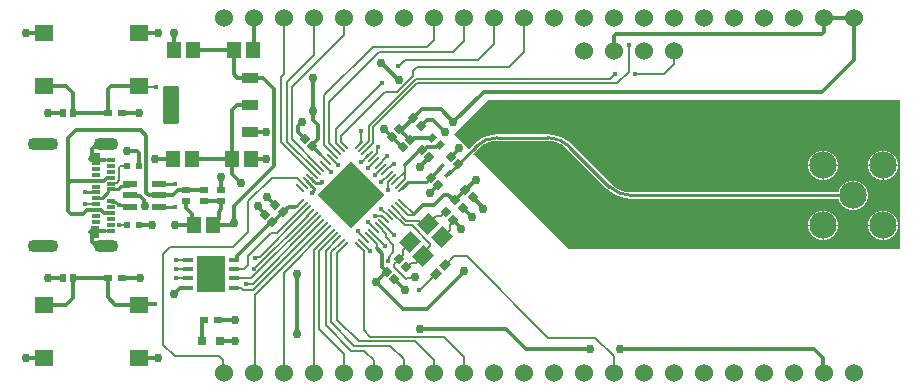
<source format=gtl>
G04*
G04 #@! TF.GenerationSoftware,Altium Limited,Altium Designer,24.9.1 (31)*
G04*
G04 Layer_Physical_Order=1*
G04 Layer_Color=255*
%FSLAX44Y44*%
%MOMM*%
G71*
G04*
G04 #@! TF.SameCoordinates,B57C8B18-3D84-4A04-B3AE-A62089487BF1*
G04*
G04*
G04 #@! TF.FilePolarity,Positive*
G04*
G01*
G75*
%ADD10C,0.2000*%
%ADD17R,0.5000X0.6000*%
G04:AMPARAMS|DCode=18|XSize=1.21mm|YSize=0.59mm|CornerRadius=0.0738mm|HoleSize=0mm|Usage=FLASHONLY|Rotation=0.000|XOffset=0mm|YOffset=0mm|HoleType=Round|Shape=RoundedRectangle|*
%AMROUNDEDRECTD18*
21,1,1.2100,0.4425,0,0,0.0*
21,1,1.0625,0.5900,0,0,0.0*
1,1,0.1475,0.5313,-0.2213*
1,1,0.1475,-0.5313,-0.2213*
1,1,0.1475,-0.5313,0.2213*
1,1,0.1475,0.5313,0.2213*
%
%ADD18ROUNDEDRECTD18*%
G04:AMPARAMS|DCode=19|XSize=1.31mm|YSize=0.93mm|CornerRadius=0.0698mm|HoleSize=0mm|Usage=FLASHONLY|Rotation=180.000|XOffset=0mm|YOffset=0mm|HoleType=Round|Shape=RoundedRectangle|*
%AMROUNDEDRECTD19*
21,1,1.3100,0.7905,0,0,180.0*
21,1,1.1705,0.9300,0,0,180.0*
1,1,0.1395,-0.5853,0.3953*
1,1,0.1395,0.5853,0.3953*
1,1,0.1395,0.5853,-0.3953*
1,1,0.1395,-0.5853,-0.3953*
%
%ADD19ROUNDEDRECTD19*%
G04:AMPARAMS|DCode=20|XSize=1.31mm|YSize=3.24mm|CornerRadius=0.0983mm|HoleSize=0mm|Usage=FLASHONLY|Rotation=180.000|XOffset=0mm|YOffset=0mm|HoleType=Round|Shape=RoundedRectangle|*
%AMROUNDEDRECTD20*
21,1,1.3100,3.0435,0,0,180.0*
21,1,1.1135,3.2400,0,0,180.0*
1,1,0.1965,-0.5568,1.5218*
1,1,0.1965,0.5568,1.5218*
1,1,0.1965,0.5568,-1.5218*
1,1,0.1965,-0.5568,-1.5218*
%
%ADD20ROUNDEDRECTD20*%
%ADD21R,2.4000X3.1000*%
%ADD22R,0.8500X0.3500*%
%ADD23R,0.7500X0.6000*%
%ADD24R,1.6000X1.4000*%
G04:AMPARAMS|DCode=25|XSize=1.2mm|YSize=1.4mm|CornerRadius=0mm|HoleSize=0mm|Usage=FLASHONLY|Rotation=135.000|XOffset=0mm|YOffset=0mm|HoleType=Round|Shape=Rectangle|*
%AMROTATEDRECTD25*
4,1,4,0.9192,0.0707,-0.0707,-0.9192,-0.9192,-0.0707,0.0707,0.9192,0.9192,0.0707,0.0*
%
%ADD25ROTATEDRECTD25*%

G04:AMPARAMS|DCode=26|XSize=0.35mm|YSize=0.65mm|CornerRadius=0mm|HoleSize=0mm|Usage=FLASHONLY|Rotation=135.000|XOffset=0mm|YOffset=0mm|HoleType=Round|Shape=Rectangle|*
%AMROTATEDRECTD26*
4,1,4,0.3536,0.1061,-0.1061,-0.3536,-0.3536,-0.1061,0.1061,0.3536,0.3536,0.1061,0.0*
%
%ADD26ROTATEDRECTD26*%

%ADD27R,0.7000X0.3000*%
%ADD28R,0.7000X1.0000*%
%ADD29R,0.8000X0.8000*%
G04:AMPARAMS|DCode=30|XSize=0.6mm|YSize=0.5mm|CornerRadius=0mm|HoleSize=0mm|Usage=FLASHONLY|Rotation=45.000|XOffset=0mm|YOffset=0mm|HoleType=Round|Shape=Rectangle|*
%AMROTATEDRECTD30*
4,1,4,-0.0354,-0.3889,-0.3889,-0.0354,0.0354,0.3889,0.3889,0.0354,-0.0354,-0.3889,0.0*
%
%ADD30ROTATEDRECTD30*%

G04:AMPARAMS|DCode=31|XSize=0.9182mm|YSize=0.1925mm|CornerRadius=0mm|HoleSize=0mm|Usage=FLASHONLY|Rotation=225.000|XOffset=0mm|YOffset=0mm|HoleType=Round|Shape=Rectangle|*
%AMROTATEDRECTD31*
4,1,4,0.2566,0.3927,0.3927,0.2566,-0.2566,-0.3927,-0.3927,-0.2566,0.2566,0.3927,0.0*
%
%ADD31ROTATEDRECTD31*%

G04:AMPARAMS|DCode=32|XSize=0.9182mm|YSize=0.1925mm|CornerRadius=0.0962mm|HoleSize=0mm|Usage=FLASHONLY|Rotation=225.000|XOffset=0mm|YOffset=0mm|HoleType=Round|Shape=RoundedRectangle|*
%AMROUNDEDRECTD32*
21,1,0.9182,0.0000,0,0,225.0*
21,1,0.7257,0.1925,0,0,225.0*
1,1,0.1925,-0.2566,-0.2566*
1,1,0.1925,0.2566,0.2566*
1,1,0.1925,0.2566,0.2566*
1,1,0.1925,-0.2566,-0.2566*
%
%ADD32ROUNDEDRECTD32*%
G04:AMPARAMS|DCode=33|XSize=0.1925mm|YSize=0.9182mm|CornerRadius=0.0962mm|HoleSize=0mm|Usage=FLASHONLY|Rotation=225.000|XOffset=0mm|YOffset=0mm|HoleType=Round|Shape=RoundedRectangle|*
%AMROUNDEDRECTD33*
21,1,0.1925,0.7257,0,0,225.0*
21,1,0.0000,0.9182,0,0,225.0*
1,1,0.1925,-0.2566,0.2566*
1,1,0.1925,-0.2566,0.2566*
1,1,0.1925,0.2566,-0.2566*
1,1,0.1925,0.2566,-0.2566*
%
%ADD33ROUNDEDRECTD33*%
%ADD34R,0.6400X0.6000*%
%ADD35R,1.3000X1.4000*%
%ADD36R,0.6000X0.6400*%
G04:AMPARAMS|DCode=37|XSize=0.64mm|YSize=0.6mm|CornerRadius=0mm|HoleSize=0mm|Usage=FLASHONLY|Rotation=45.000|XOffset=0mm|YOffset=0mm|HoleType=Round|Shape=Rectangle|*
%AMROTATEDRECTD37*
4,1,4,-0.0141,-0.4384,-0.4384,-0.0141,0.0141,0.4384,0.4384,0.0141,-0.0141,-0.4384,0.0*
%
%ADD37ROTATEDRECTD37*%

G04:AMPARAMS|DCode=38|XSize=0.64mm|YSize=0.6mm|CornerRadius=0mm|HoleSize=0mm|Usage=FLASHONLY|Rotation=135.000|XOffset=0mm|YOffset=0mm|HoleType=Round|Shape=Rectangle|*
%AMROTATEDRECTD38*
4,1,4,0.4384,-0.0141,0.0141,-0.4384,-0.4384,0.0141,-0.0141,0.4384,0.4384,-0.0141,0.0*
%
%ADD38ROTATEDRECTD38*%

G04:AMPARAMS|DCode=39|XSize=0.6mm|YSize=0.75mm|CornerRadius=0mm|HoleSize=0mm|Usage=FLASHONLY|Rotation=315.000|XOffset=0mm|YOffset=0mm|HoleType=Round|Shape=Rectangle|*
%AMROTATEDRECTD39*
4,1,4,-0.4773,-0.0530,0.0530,0.4773,0.4773,0.0530,-0.0530,-0.4773,-0.4773,-0.0530,0.0*
%
%ADD39ROTATEDRECTD39*%

%ADD54P,5.7276X4X270.0*%
%ADD69C,0.2634*%
%ADD70C,0.2647*%
%ADD71C,0.3000*%
%ADD72C,1.5240*%
%ADD73C,2.3040*%
%ADD74C,2.3020*%
%ADD75O,2.1000X1.1000*%
%ADD76O,2.6000X1.1000*%
%ADD77C,0.4500*%
%ADD78C,0.7500*%
%ADD79C,0.5000*%
G36*
X750000Y120000D02*
X469000D01*
X388434Y200566D01*
X392467Y204599D01*
X392534Y204699D01*
X395930Y207487D01*
X399911Y209614D01*
X404229Y210924D01*
X408602Y211355D01*
X408720Y211332D01*
X451624D01*
X451742Y211355D01*
X456115Y210924D01*
X460433Y209614D01*
X464413Y207487D01*
X467810Y204699D01*
X467877Y204599D01*
X501749Y170727D01*
X501724Y170702D01*
X505107Y167811D01*
X508902Y165486D01*
X513013Y163783D01*
X517340Y162745D01*
X521776Y162395D01*
Y162432D01*
X697737D01*
X698318Y160261D01*
X699969Y157403D01*
X702303Y155069D01*
X705161Y153418D01*
X708350Y152564D01*
X711650D01*
X714839Y153418D01*
X717697Y155069D01*
X720031Y157403D01*
X721682Y160261D01*
X722536Y163450D01*
Y166750D01*
X721682Y169939D01*
X720031Y172797D01*
X717697Y175131D01*
X714839Y176782D01*
X711650Y177636D01*
X708350D01*
X705161Y176782D01*
X702303Y175131D01*
X699969Y172797D01*
X698318Y169939D01*
X697737Y167768D01*
X521776D01*
X521658Y167745D01*
X517285Y168176D01*
X512967Y169486D01*
X508987Y171613D01*
X505590Y174401D01*
X505523Y174501D01*
X471651Y208373D01*
X471676Y208398D01*
X468293Y211289D01*
X464498Y213614D01*
X460387Y215317D01*
X456060Y216355D01*
X451624Y216705D01*
Y216668D01*
X408720D01*
Y216705D01*
X404284Y216355D01*
X399957Y215317D01*
X395846Y213614D01*
X392051Y211289D01*
X388668Y208398D01*
X388693Y208373D01*
X384660Y204340D01*
X371750Y217250D01*
X400500Y246000D01*
X750000D01*
Y120000D01*
D02*
G37*
%LPC*%
G36*
X737050Y203036D02*
X735908D01*
Y191008D01*
X747936D01*
Y192150D01*
X747082Y195339D01*
X745431Y198197D01*
X743097Y200531D01*
X740239Y202182D01*
X737050Y203036D01*
D02*
G37*
G36*
X686250D02*
X685108D01*
Y191008D01*
X697136D01*
Y192150D01*
X696282Y195339D01*
X694631Y198197D01*
X692297Y200531D01*
X689439Y202182D01*
X686250Y203036D01*
D02*
G37*
G36*
X684092D02*
X682950D01*
X679761Y202182D01*
X676903Y200531D01*
X674569Y198197D01*
X672918Y195339D01*
X672064Y192150D01*
Y191008D01*
X684092D01*
Y203036D01*
D02*
G37*
G36*
X734892D02*
X733750D01*
X730561Y202182D01*
X727703Y200531D01*
X725369Y198197D01*
X723718Y195339D01*
X722864Y192150D01*
Y191008D01*
X734892D01*
Y203036D01*
D02*
G37*
G36*
X747936Y189992D02*
X735908D01*
Y177964D01*
X737050D01*
X740239Y178818D01*
X743097Y180469D01*
X745431Y182803D01*
X747082Y185661D01*
X747936Y188850D01*
Y189992D01*
D02*
G37*
G36*
X734892D02*
X722864D01*
Y188850D01*
X723718Y185661D01*
X725369Y182803D01*
X727703Y180469D01*
X730561Y178818D01*
X733750Y177964D01*
X734892D01*
Y189992D01*
D02*
G37*
G36*
X697136D02*
X685108D01*
Y177964D01*
X686250D01*
X689439Y178818D01*
X692297Y180469D01*
X694631Y182803D01*
X696282Y185661D01*
X697136Y188850D01*
Y189992D01*
D02*
G37*
G36*
X684092D02*
X672064D01*
Y188850D01*
X672918Y185661D01*
X674569Y182803D01*
X676903Y180469D01*
X679761Y178818D01*
X682950Y177964D01*
X684092D01*
Y189992D01*
D02*
G37*
G36*
X737049Y152226D02*
X735908D01*
Y140208D01*
X747926D01*
Y141349D01*
X747072Y144535D01*
X745423Y147391D01*
X743091Y149723D01*
X740235Y151372D01*
X737049Y152226D01*
D02*
G37*
G36*
X686249D02*
X685108D01*
Y140208D01*
X697126D01*
Y141349D01*
X696272Y144535D01*
X694623Y147391D01*
X692291Y149723D01*
X689435Y151372D01*
X686249Y152226D01*
D02*
G37*
G36*
X684092D02*
X682951D01*
X679765Y151372D01*
X676909Y149723D01*
X674577Y147391D01*
X672928Y144535D01*
X672074Y141349D01*
Y140208D01*
X684092D01*
Y152226D01*
D02*
G37*
G36*
X734892D02*
X733751D01*
X730565Y151372D01*
X727709Y149723D01*
X725377Y147391D01*
X723728Y144535D01*
X722874Y141349D01*
Y140208D01*
X734892D01*
Y152226D01*
D02*
G37*
G36*
X747926Y139192D02*
X735908D01*
Y127174D01*
X737049D01*
X740235Y128028D01*
X743091Y129677D01*
X745423Y132009D01*
X747072Y134865D01*
X747926Y138051D01*
Y139192D01*
D02*
G37*
G36*
X734892D02*
X722874D01*
Y138051D01*
X723728Y134865D01*
X725377Y132009D01*
X727709Y129677D01*
X730565Y128028D01*
X733751Y127174D01*
X734892D01*
Y139192D01*
D02*
G37*
G36*
X697126D02*
X685108D01*
Y127174D01*
X686249D01*
X689435Y128028D01*
X692291Y129677D01*
X694623Y132009D01*
X696272Y134865D01*
X697126Y138051D01*
Y139192D01*
D02*
G37*
G36*
X684092D02*
X672074D01*
Y138051D01*
X672928Y134865D01*
X674577Y132009D01*
X676909Y129677D01*
X679765Y128028D01*
X682951Y127174D01*
X684092D01*
Y139192D01*
D02*
G37*
%LPD*%
D10*
X90000Y190000D02*
X95000D01*
X88750Y188750D02*
X90000Y190000D01*
X88750Y177750D02*
Y188750D01*
X86600Y175600D02*
X88750Y177750D01*
X82050Y175600D02*
X86600D01*
X81550Y175100D02*
X82050Y175600D01*
X88750Y140000D02*
X95000D01*
X60000Y157600D02*
X68550D01*
X321250Y104500D02*
X331500Y94250D01*
X338250Y95000D02*
X339000Y95750D01*
X331500Y94250D02*
X332250Y95000D01*
X338250D01*
X321250Y104500D02*
Y106750D01*
X325139Y110639D01*
Y110861D01*
X316750Y113250D02*
X320750Y117250D01*
X316750Y110250D02*
Y113250D01*
X320750Y117250D02*
Y123500D01*
X343228Y85228D02*
X356434Y98434D01*
X311001Y141927D02*
X321178Y131750D01*
X372271Y113750D02*
X382750D01*
X365087Y106566D02*
X372271Y113750D01*
X382750D02*
X452000Y44500D01*
X491500D01*
X270050Y194246D02*
X273545Y190750D01*
X273750D01*
X261827Y191101D02*
X267928Y185000D01*
X316000Y176301D02*
X319487Y179788D01*
X316000Y169500D02*
Y176301D01*
X319487Y179788D02*
Y179788D01*
X310585Y148000D02*
X313830Y144755D01*
X310500Y153795D02*
X316658Y147637D01*
X305000Y148000D02*
X310585D01*
X290500Y134197D02*
Y134750D01*
X299000Y142500D02*
X299062D01*
X296859Y127785D02*
Y127838D01*
X316658Y147584D02*
Y147637D01*
X290500Y134197D02*
X296859Y127838D01*
X313830Y144755D02*
X313830D01*
X299062Y142500D02*
X305291Y136270D01*
X310500Y153795D02*
Y154000D01*
X295500Y51000D02*
Y117777D01*
Y51000D02*
X301250Y45250D01*
X291202Y122075D02*
X295500Y117777D01*
X300750Y118000D02*
Y118237D01*
X294031Y124957D02*
X300750Y118237D01*
X363500Y45250D02*
X380300Y28450D01*
X301250Y45250D02*
X363500D01*
X291250Y41500D02*
X339250D01*
X273000Y59750D02*
X291250Y41500D01*
X339250D02*
X354900Y25850D01*
X268000Y57500D02*
X287500Y38000D01*
X318000D02*
X329500Y26500D01*
X287500Y38000D02*
X318000D01*
X380300Y15000D02*
Y28450D01*
X354900Y15000D02*
Y25850D01*
X291202Y122075D02*
Y122128D01*
Y208125D02*
X293715Y210638D01*
X293500Y220000D02*
X293715Y219785D01*
X291202Y208072D02*
Y208125D01*
X293715Y210638D02*
Y219785D01*
X339500Y263750D02*
X504500D01*
X300000Y224250D02*
X339500Y263750D01*
X300000Y211213D02*
Y224250D01*
X296859Y202415D02*
X303750Y209306D01*
X341000Y260000D02*
X510250D01*
X303750Y222750D02*
X341000Y260000D01*
X303750Y209306D02*
Y222750D01*
X294031Y205243D02*
X300000Y211213D01*
X337000Y266265D02*
Y270000D01*
X313500Y253000D02*
X323735D01*
X337000Y266265D01*
Y270000D02*
X341000Y274000D01*
X418500D01*
X276285Y215785D02*
X313500Y253000D01*
X371111Y143250D02*
Y144264D01*
X218022Y180022D02*
X238966D01*
X198000Y160000D02*
X218022Y180022D01*
X198000Y134000D02*
Y160000D01*
X185000Y121000D02*
X198000Y134000D01*
X507300Y15000D02*
Y28700D01*
X491500Y44500D02*
X507300Y28700D01*
X227900Y99515D02*
X264655Y136270D01*
X227900Y15000D02*
Y99515D01*
X364566Y106566D02*
X365087D01*
X520000Y269750D02*
Y292250D01*
X510250Y260000D02*
X520000Y269750D01*
X504500Y263750D02*
X508250Y267500D01*
X324750Y274500D02*
X325250D01*
X330750Y280000D01*
X266250Y209306D02*
Y244000D01*
X308750Y286500D01*
X371250D01*
X271750Y221000D02*
X310750Y260000D01*
X330750Y280000D02*
X392500D01*
X271750Y209516D02*
Y221000D01*
X276285Y210585D02*
Y215785D01*
Y210585D02*
X278798Y208072D01*
X371250Y286500D02*
X380300Y295550D01*
X349000Y290750D02*
X354900Y296650D01*
X303250Y290750D02*
X349000D01*
X262250Y249750D02*
X303250Y290750D01*
X262250Y207649D02*
Y249750D01*
Y207649D02*
X270312Y199587D01*
X234500Y212772D02*
Y256500D01*
X278700Y300700D02*
Y315200D01*
X234500Y256500D02*
X278700Y300700D01*
X225500Y210405D02*
Y265500D01*
X227900Y267900D02*
Y315200D01*
X225500Y265500D02*
X227900Y267900D01*
X230916Y210699D02*
Y261416D01*
X253300Y283800D02*
Y315200D01*
X230916Y261416D02*
X253300Y283800D01*
X185750Y94750D02*
X200561D01*
X253342Y147531D01*
X195750Y90230D02*
X196020Y90500D01*
X201915D01*
X201821Y84750D02*
X258999Y141927D01*
X191746Y86504D02*
X193500Y84750D01*
X201821D01*
X185996Y86504D02*
X191746D01*
X185750Y86750D02*
X185996Y86504D01*
X185978Y102978D02*
X194478D01*
X197250Y105750D02*
Y113500D01*
X194478Y102978D02*
X197250Y105750D01*
X313883Y185445D02*
X320462Y192023D01*
X320915D01*
X313830Y185445D02*
X313883D01*
X104999Y257500D02*
X105249Y257250D01*
X119750D01*
X291162Y122128D02*
X291202D01*
X310292Y176250D02*
X316658Y182616D01*
X126000Y38750D02*
Y115500D01*
Y38750D02*
X135750Y29000D01*
X126000Y115500D02*
X131500Y121000D01*
X558100Y276100D02*
Y286975D01*
X549500Y267500D02*
X558100Y276100D01*
X525500Y267500D02*
X549500D01*
X307022Y205522D02*
X307500Y206000D01*
X307022Y201317D02*
Y205522D01*
X308173Y191101D02*
X314420Y197348D01*
Y198312D01*
X314898Y198790D01*
X302516Y196811D02*
X307022Y201317D01*
X234500Y212772D02*
X258999Y188273D01*
X230916Y210699D02*
X256170Y185445D01*
X225500Y210405D02*
X253289Y182616D01*
X176380Y15720D02*
Y25620D01*
X173000Y29000D02*
X176380Y25620D01*
Y15720D02*
X177100Y15000D01*
X135750Y29000D02*
X173000D01*
X131500Y121000D02*
X185000D01*
X201915Y90500D02*
X256170Y144755D01*
X203041Y103041D02*
X247212Y147212D01*
X202459Y103041D02*
X203041D01*
X216724Y132974D02*
X221762D01*
X197250Y113500D02*
X216724Y132974D01*
X238689Y155559D02*
X242028Y158898D01*
X237571Y155559D02*
X238689D01*
X207423Y112978D02*
X245146Y150702D01*
X203750Y112500D02*
X204228Y112978D01*
X207423D01*
X221762Y132974D02*
X242317Y153530D01*
X242028Y158898D02*
X242028D01*
X185750Y102750D02*
X185978Y102978D01*
X250535Y156038D02*
X250538D01*
X247738Y153241D02*
X250535Y156038D01*
X238966Y180022D02*
X244856Y174131D01*
X250460Y150412D02*
X250513D01*
X247212Y147212D02*
X247260D01*
X250460Y150412D01*
X253289Y182616D02*
X253342D01*
X136750Y95000D02*
X136875Y94875D01*
X146625D02*
X146750Y94750D01*
X136750Y110500D02*
X136875Y110625D01*
X146625D01*
X136875Y94875D02*
X146625D01*
Y110625D02*
X146750Y110750D01*
X253342Y147531D02*
Y147584D01*
X137000Y103000D02*
X137125Y102875D01*
X146625D01*
X146750Y102750D01*
X256170Y144755D02*
X256213D01*
X247685Y153241D02*
X247738D01*
X337120Y148250D02*
X337870Y149000D01*
X332963Y148250D02*
X337120D01*
X327972Y158898D02*
X337870Y149000D01*
X325144Y156069D02*
X332963Y148250D01*
X331806Y143750D02*
X342115D01*
X344930Y140935D01*
X350371D01*
X322315Y153241D02*
X331806Y143750D01*
X350371Y140935D02*
X356936Y147500D01*
X325144Y174131D02*
X330250Y179237D01*
X325144Y174131D02*
Y174131D01*
X330250Y179237D02*
Y184894D01*
Y191000D01*
X322315Y176959D02*
X330250Y184894D01*
X302516Y196758D02*
Y196811D01*
X293250Y193750D02*
X293798D01*
X299634Y199587D02*
X299688D01*
X293798Y193750D02*
X299634Y199587D01*
X266250Y209306D02*
X273141Y202415D01*
X258835Y199750D02*
X264655Y193930D01*
X258750Y199750D02*
X258835D01*
X271750Y209516D02*
X275969Y205297D01*
X299688Y130613D02*
X306500Y123801D01*
Y120250D02*
Y123801D01*
X368250Y140389D02*
X371111Y143250D01*
X368250Y136186D02*
Y140389D01*
X361685Y129621D02*
Y129621D01*
X368250Y136186D01*
X361139Y147500D02*
X364500Y150861D01*
X356936Y147500D02*
X361139D01*
X364500Y150861D02*
X364889D01*
X345815Y114065D02*
X346129D01*
X339750Y108000D02*
X345815Y114065D01*
X335250Y108000D02*
X339750D01*
X331889Y104639D02*
X335250Y108000D01*
X331361Y104639D02*
X331889D01*
X328750Y118750D02*
X334815Y124815D01*
Y125379D01*
X328750Y114473D02*
Y118750D01*
X325139Y110861D02*
Y110861D01*
X328750Y114473D01*
X299188Y188250D02*
X299611D01*
X305291Y193930D02*
X305345D01*
X299611Y188250D02*
X305291Y193930D01*
X304750Y182250D02*
X304925D01*
X310948Y188273D02*
X311001D01*
X304925Y182250D02*
X310948Y188273D01*
X305291Y136270D02*
X305345D01*
X314718Y129532D02*
X320750Y123500D01*
X308173Y139099D02*
X314718Y132554D01*
Y129532D02*
Y132554D01*
X302516Y133442D02*
X313958Y122000D01*
X336563Y139687D02*
X352000Y124250D01*
Y122593D02*
Y124250D01*
X346129Y116722D02*
X352000Y122593D01*
X346129Y114065D02*
Y116722D01*
X330212Y139687D02*
X336563D01*
X273000Y59750D02*
Y116330D01*
X278798Y122128D01*
X329500Y15000D02*
Y26500D01*
X268000Y57500D02*
Y116987D01*
X275969Y124957D01*
X303880Y15220D02*
X304100Y15000D01*
X303880Y15220D02*
Y25620D01*
X296000Y33500D02*
X303880Y25620D01*
X285250Y33500D02*
X296000D01*
X263500Y55250D02*
X285250Y33500D01*
X263500Y55250D02*
Y118144D01*
X273141Y127785D01*
X258000Y51750D02*
X278700Y31050D01*
Y15000D02*
Y31050D01*
X258000Y51750D02*
Y118301D01*
X270312Y130613D01*
X253300Y119258D02*
X267484Y133442D01*
X253300Y15000D02*
Y119258D01*
X203516Y16016D02*
Y80788D01*
X202500Y15000D02*
X203516Y16016D01*
Y80788D02*
X261827Y139099D01*
X275969Y205243D02*
Y205297D01*
X354900Y296650D02*
Y315200D01*
X380300Y295550D02*
Y315200D01*
X405700Y293200D02*
Y315200D01*
X392500Y280000D02*
X405700Y293200D01*
X418500Y274000D02*
X431100Y286600D01*
Y315200D01*
X319487Y150412D02*
X330212Y139687D01*
D17*
X105000Y190000D02*
D03*
X95000D02*
D03*
X105000Y140000D02*
D03*
X95000D02*
D03*
D18*
X97450Y174600D02*
D03*
Y165100D02*
D03*
Y155600D02*
D03*
X122550D02*
D03*
Y165100D02*
D03*
Y174600D02*
D03*
D19*
X199700Y219100D02*
D03*
Y242000D02*
D03*
Y264900D02*
D03*
D20*
X132800Y242000D02*
D03*
D21*
X166250Y98750D02*
D03*
D22*
X185750Y110750D02*
D03*
Y102750D02*
D03*
Y94750D02*
D03*
Y86750D02*
D03*
X146750D02*
D03*
Y94750D02*
D03*
Y102750D02*
D03*
Y110750D02*
D03*
D23*
X160500Y59500D02*
D03*
X172000D02*
D03*
X79250Y235000D02*
D03*
X90750D02*
D03*
X79250Y95200D02*
D03*
X90750D02*
D03*
D24*
X25000Y27700D02*
D03*
X105000Y72700D02*
D03*
X25001D02*
D03*
X105000Y27700D02*
D03*
Y302500D02*
D03*
X25000Y257500D02*
D03*
X104999D02*
D03*
X25000Y302500D02*
D03*
D25*
X350371Y140935D02*
D03*
X361685Y129621D02*
D03*
X334815Y125379D02*
D03*
X346129Y114065D02*
D03*
D26*
X367044Y182856D02*
D03*
X361034Y188867D02*
D03*
D27*
X81550Y190100D02*
D03*
Y185100D02*
D03*
Y180100D02*
D03*
Y175100D02*
D03*
Y170100D02*
D03*
Y195100D02*
D03*
Y155100D02*
D03*
Y150100D02*
D03*
Y145100D02*
D03*
Y140100D02*
D03*
Y135100D02*
D03*
Y160100D02*
D03*
X68550Y142600D02*
D03*
Y147600D02*
D03*
Y152600D02*
D03*
Y157600D02*
D03*
Y162600D02*
D03*
Y172600D02*
D03*
Y177600D02*
D03*
Y182600D02*
D03*
Y187600D02*
D03*
Y167600D02*
D03*
D28*
X68450Y134100D02*
D03*
X68550Y196100D02*
D03*
D29*
X173750Y42000D02*
D03*
X158750D02*
D03*
D30*
X360000Y207750D02*
D03*
X353777Y213972D02*
D03*
D31*
X327972Y171302D02*
D03*
D32*
X325144Y174131D02*
D03*
X322315Y176959D02*
D03*
X319487Y179788D02*
D03*
X316658Y182616D02*
D03*
X313830Y185445D02*
D03*
X311001Y188273D02*
D03*
X308173Y191101D02*
D03*
X305345Y193930D02*
D03*
X302516Y196758D02*
D03*
X299688Y199587D02*
D03*
X296859Y202415D02*
D03*
X294031Y205243D02*
D03*
X291202Y208072D02*
D03*
X242028Y158898D02*
D03*
X244856Y156069D02*
D03*
X247685Y153241D02*
D03*
X250513Y150412D02*
D03*
X253342Y147584D02*
D03*
X256170Y144755D02*
D03*
X258999Y141927D02*
D03*
X261827Y139099D02*
D03*
X264655Y136270D02*
D03*
X267484Y133442D02*
D03*
X270312Y130613D02*
D03*
X273141Y127785D02*
D03*
X275969Y124957D02*
D03*
X278798Y122128D02*
D03*
D33*
Y208072D02*
D03*
X275969Y205243D02*
D03*
X273141Y202415D02*
D03*
X270312Y199587D02*
D03*
X267484Y196758D02*
D03*
X264655Y193930D02*
D03*
X261827Y191101D02*
D03*
X258999Y188273D02*
D03*
X256170Y185445D02*
D03*
X253342Y182616D02*
D03*
X250513Y179788D02*
D03*
X247685Y176959D02*
D03*
X244856Y174131D02*
D03*
X242028Y171302D02*
D03*
X291202Y122128D02*
D03*
X294031Y124957D02*
D03*
X296859Y127785D02*
D03*
X299688Y130613D02*
D03*
X302516Y133442D02*
D03*
X305345Y136270D02*
D03*
X308173Y139099D02*
D03*
X311001Y141927D02*
D03*
X313830Y144755D02*
D03*
X316658Y147584D02*
D03*
X319487Y150412D02*
D03*
X322315Y153241D02*
D03*
X325144Y156069D02*
D03*
X327972Y158898D02*
D03*
D34*
X160000Y160700D02*
D03*
Y169500D02*
D03*
X145000Y169500D02*
D03*
Y160700D02*
D03*
X175000Y160700D02*
D03*
Y169500D02*
D03*
D35*
X150250Y195500D02*
D03*
X134250D02*
D03*
X168000Y140000D02*
D03*
X152000D02*
D03*
X135250Y288500D02*
D03*
X151250D02*
D03*
X201750D02*
D03*
X185750D02*
D03*
X183750Y195500D02*
D03*
X199750D02*
D03*
D36*
X40600Y95200D02*
D03*
X49400D02*
D03*
Y235000D02*
D03*
X40600D02*
D03*
D37*
X364889Y150861D02*
D03*
X371111Y144639D02*
D03*
X343750Y224000D02*
D03*
X337528Y230223D02*
D03*
X351000Y197500D02*
D03*
X344777Y203723D02*
D03*
X331361Y104639D02*
D03*
X325139Y110861D02*
D03*
X314889Y100361D02*
D03*
X321111Y94139D02*
D03*
X245639Y212861D02*
D03*
X251861Y206639D02*
D03*
X369277Y197723D02*
D03*
X375500Y191500D02*
D03*
X358900Y174000D02*
D03*
X352677Y180223D02*
D03*
X212139Y148611D02*
D03*
X218361Y142389D02*
D03*
X220889Y157111D02*
D03*
X227111Y150889D02*
D03*
X379361Y154639D02*
D03*
X373139Y160861D02*
D03*
X387711Y163389D02*
D03*
X381489Y169611D02*
D03*
D38*
X319527Y214750D02*
D03*
X325750Y220972D02*
D03*
X328527Y206000D02*
D03*
X334750Y212222D02*
D03*
D39*
X356434Y98434D02*
D03*
X364566Y106566D02*
D03*
D54*
X285000Y165100D02*
D03*
D69*
X408720Y214000D02*
G03*
X390580Y206486I0J-25654D01*
G01*
X469764D02*
G03*
X451624Y214000I-18140J-18140D01*
G01*
X503636Y172614D02*
G03*
X521776Y165100I18140J18140D01*
G01*
X367044Y182950D02*
X390580Y206486D01*
X408720Y214000D02*
X451624D01*
X469764Y206486D02*
X503636Y172614D01*
X521776Y165100D02*
X710000D01*
X367044Y182856D02*
Y182950D01*
X352677Y180366D02*
X361034Y188722D01*
Y188867D01*
X352677Y180223D02*
Y180366D01*
X348469Y176500D02*
X352191Y180223D01*
X327972Y171302D02*
X333170Y176500D01*
X348469D01*
X352191Y180223D02*
X352677D01*
D70*
X81727Y170277D02*
X87527D01*
X95823Y172973D02*
X97450Y174600D01*
X87527Y170277D02*
X90223Y172973D01*
X95823D01*
X81550Y170100D02*
X81727Y170277D01*
X79550Y170100D02*
X81550D01*
X88247Y157003D02*
X96047D01*
X88052Y157198D02*
X88247Y157003D01*
X85420Y159923D02*
X87986Y157357D01*
X96047Y157003D02*
X97450Y155600D01*
X81727Y159923D02*
X85420D01*
X87986Y157357D02*
X88488D01*
X81550Y160100D02*
X81727Y159923D01*
X79373Y167923D02*
Y169923D01*
X68727Y162777D02*
X74227D01*
X79373Y167923D01*
Y169923D02*
X79550Y170100D01*
X68550Y162600D02*
X68727Y162777D01*
X60000Y167600D02*
X68550D01*
X250617Y179891D02*
X252892Y177616D01*
X251174Y173470D02*
X251174D01*
X259498Y176500D02*
X260000D01*
X247685Y176959D02*
X251174Y173470D01*
X251500Y167752D02*
X253635Y169886D01*
X252892Y177616D02*
X252892D01*
X253635Y169886D02*
Y171010D01*
X251174Y173470D02*
X253635Y171010D01*
X258225Y175226D02*
X259498Y176500D01*
X251500Y167250D02*
Y167752D01*
X255282Y175226D02*
X258225D01*
X252892Y177616D02*
X255282Y175226D01*
X122550Y155600D02*
X135750D01*
X122550Y174600D02*
X135750D01*
D71*
X73400Y152600D02*
X75900Y150100D01*
X81550D01*
X68550Y152600D02*
X73400D01*
X61600D02*
X67900D01*
X48000Y149250D02*
X58250D01*
X61600Y152600D01*
X77992Y180100D02*
X81550D01*
X48100Y177600D02*
X75492D01*
X77992Y180100D01*
X172125Y59625D02*
X186375D01*
X172000Y59500D02*
X172125Y59625D01*
X186375D02*
X186500Y59750D01*
X97450Y165100D02*
X97691Y164859D01*
X109541Y157209D02*
Y161459D01*
X97691Y164859D02*
X106141D01*
X109541Y161459D01*
Y157209D02*
X110250Y156500D01*
X106750Y220500D02*
X111500Y215750D01*
X113400Y165100D02*
X122550D01*
X134350D01*
X111500Y167000D02*
Y215750D01*
Y167000D02*
X113400Y165100D01*
X119062Y195500D02*
X134250D01*
X150103Y141897D02*
Y149743D01*
X145000Y154846D02*
Y160700D01*
X150103Y141897D02*
X152000Y140000D01*
X145000Y154846D02*
X150103Y149743D01*
X136000Y140000D02*
X152000D01*
X348993Y69250D02*
X380250Y100507D01*
Y101500D01*
X343250Y52250D02*
X416250D01*
X321111Y94014D02*
Y94139D01*
Y94014D02*
X330250Y84875D01*
Y84750D02*
Y84875D01*
X351750Y166750D02*
Y166800D01*
X358900Y173950D02*
Y174000D01*
X351750Y166800D02*
X358900Y173950D01*
X349389Y229250D02*
X354000D01*
X364250Y219000D01*
X344140Y224000D02*
X349389Y229250D01*
X343750Y224000D02*
X344140D01*
X371520Y227250D02*
X397270Y253000D01*
X684000D01*
X360730Y238000D02*
X371500Y227230D01*
Y227250D02*
X371520D01*
X345305Y238000D02*
X360730D01*
X319653Y214750D02*
X328402Y206000D01*
X319527Y214750D02*
X319653D01*
X328402Y206000D02*
X328527D01*
X312639Y221500D02*
X319389Y214750D01*
X319527D01*
X312500Y221500D02*
X312639D01*
X390189Y178000D02*
X390500D01*
X381489Y169611D02*
X381800D01*
X390189Y178000D01*
X376000Y204722D02*
Y205000D01*
X369277Y197723D02*
Y198000D01*
X376000Y204722D01*
X378000Y137000D02*
Y137375D01*
X371111Y144264D02*
Y144639D01*
Y144264D02*
X378000Y137375D01*
X387711Y163339D02*
X397000Y154050D01*
Y154000D02*
Y154050D01*
X387711Y163339D02*
Y163389D01*
X387000Y147000D02*
X387000D01*
X379361Y154639D02*
X387000Y147000D01*
X351000Y197250D02*
Y197500D01*
X343000Y189250D02*
X351000Y197250D01*
X343000Y189000D02*
Y189250D01*
X240000Y224000D02*
X243000Y227000D01*
X240000Y218500D02*
Y224000D01*
Y218500D02*
X245639Y212861D01*
X212139Y148611D02*
Y149236D01*
X206000Y155375D02*
X212139Y149236D01*
X206000Y155375D02*
Y156000D01*
X220889Y157111D02*
X220889D01*
X214000Y164000D02*
X220889Y157111D01*
X185875Y141625D02*
Y155875D01*
X220000Y190000D01*
Y255500D01*
X199700Y219100D02*
X213000D01*
X199750Y195500D02*
X213000D01*
X210600Y264900D02*
X220000Y255500D01*
X175000Y169500D02*
Y180418D01*
X95000Y203000D02*
X95243Y202757D01*
X103243D01*
X105000Y201000D01*
Y190000D02*
Y201000D01*
Y140000D02*
X116000D01*
X135000Y82000D02*
X139750Y86750D01*
X146750D01*
X173750Y42000D02*
X186500D01*
X201750Y288500D02*
X202500Y289250D01*
Y315200D01*
X64550Y195100D02*
X76550D01*
X63550Y196100D02*
X64550Y195100D01*
X64450Y135100D02*
X76550D01*
X63450Y134100D02*
X64450Y135100D01*
X65450Y128900D02*
Y132100D01*
X65919Y125596D02*
X69615Y121900D01*
X63450Y134100D02*
X65450Y132100D01*
Y128900D02*
X65919Y128431D01*
Y125596D02*
Y128431D01*
X69615Y121900D02*
X72450D01*
X65550Y198100D02*
Y204235D01*
X69615Y208300D02*
X72450D01*
X63550Y196100D02*
X65550Y198100D01*
Y204235D02*
X69615Y208300D01*
X28000Y95200D02*
X40600D01*
X105000Y27700D02*
X121000D01*
X10000D02*
X25000D01*
X28000Y235000D02*
X40600D01*
X10000Y302500D02*
X25000D01*
X105000D02*
X121000D01*
X135250Y288500D02*
X135250Y288500D01*
Y302500D01*
X684630Y15470D02*
Y27120D01*
Y15470D02*
X685100Y15000D01*
X676704Y35046D02*
X684630Y27120D01*
X512597Y35046D02*
X676704D01*
X433250Y35250D02*
X487250D01*
X416250Y52250D02*
X433250Y35250D01*
X238750Y47750D02*
Y98750D01*
X184250Y140000D02*
X185875Y141625D01*
X90900Y95350D02*
X105850D01*
X90750Y95200D02*
X90900Y95350D01*
X105850D02*
X106000Y95500D01*
X90875Y234875D02*
X105625D01*
X105750Y234750D01*
X90750Y235000D02*
X90875Y234875D01*
X685100Y303757D02*
Y315200D01*
X683343Y302000D02*
X685100Y303757D01*
X509250Y302000D02*
X683343D01*
X507300Y300050D02*
X509250Y302000D01*
X507300Y286975D02*
Y300050D01*
X337528Y230223D02*
X345305Y238000D01*
X310250Y277000D02*
X310750D01*
X324731Y263019D01*
X325231D01*
X257000Y213000D02*
Y224750D01*
X253000Y228750D02*
X257000Y224750D01*
X253000Y228750D02*
Y264250D01*
X251861Y207861D02*
X257000Y213000D01*
X251861Y206639D02*
Y207861D01*
X353777Y213972D02*
X354250D01*
X685100Y315200D02*
X710500D01*
X684000Y253000D02*
X710500Y279500D01*
Y315200D01*
X328500Y69250D02*
X348993D01*
X305750Y92000D02*
X328500Y69250D01*
X306139Y92000D02*
X314500Y100361D01*
X305750Y92000D02*
X306139D01*
X314500Y100361D02*
X314889D01*
X183750Y183500D02*
X191500Y175750D01*
X183750Y183500D02*
Y195500D01*
X199700Y264900D02*
X210600D01*
X168000Y140000D02*
X184250D01*
X151250Y288500D02*
X185750D01*
Y267750D02*
Y288500D01*
Y267750D02*
X188600Y264900D01*
X199700D01*
X183750Y237750D02*
X188000Y242000D01*
X183750Y195500D02*
Y237750D01*
X188000Y242000D02*
X199700D01*
X150250Y195500D02*
X183750D01*
X105000Y72700D02*
X105050Y72750D01*
X119250D01*
X227293Y150889D02*
X231963Y155559D01*
X226986Y150889D02*
X227293D01*
X231963Y155559D02*
X237571D01*
X188500Y111000D02*
Y113500D01*
X185750Y110750D02*
X188250D01*
X188500Y113500D02*
X217389Y142389D01*
X218486D01*
X188250Y110750D02*
X188500Y111000D01*
X218486Y142389D02*
X226986Y150889D01*
X158750Y58000D02*
X160250Y59500D01*
X160500D01*
X158750Y42000D02*
Y58000D01*
X345989Y157120D02*
X355369D01*
X337870Y149000D02*
X345989Y157120D01*
X355369D02*
X363750Y165500D01*
X373139Y161061D02*
X381489Y169411D01*
Y169611D01*
X373139Y160861D02*
Y161061D01*
X363750Y165500D02*
X367171D01*
X371810Y160861D01*
X373139D01*
X349426Y206250D02*
X357086D01*
X342972Y203723D02*
X346899D01*
X349426Y206250D01*
X357086D02*
X358586Y207750D01*
X360000D01*
X330250Y191000D02*
X342972Y203723D01*
X251861Y206639D02*
X258750Y199750D01*
X311000Y104594D02*
X315030Y100564D01*
X311000Y104594D02*
Y115750D01*
X306500Y120250D02*
X311000Y115750D01*
X326016Y220831D02*
X328136D01*
X326016D02*
X334625Y212222D01*
X325875Y220972D02*
X326016Y220831D01*
X334625Y212222D02*
X334750D01*
X325750Y220972D02*
X325875D01*
X328136Y220831D02*
X337528Y230223D01*
X338551Y213619D02*
X353424D01*
X337013Y212081D02*
X338551Y213619D01*
X334750Y212222D02*
X334891Y212081D01*
X353424Y213619D02*
X353777Y213972D01*
X334891Y212081D02*
X337013D01*
X49400Y95200D02*
X79250D01*
X85300Y72700D02*
X105000D01*
X79250Y78750D02*
X85300Y72700D01*
X79250Y78750D02*
Y95200D01*
X43700Y72700D02*
X49400Y78400D01*
Y95200D01*
X25001Y72700D02*
X43700D01*
X43750Y257500D02*
X49400Y251850D01*
X25000Y257500D02*
X43750D01*
X49400Y235000D02*
Y251850D01*
Y235000D02*
X79250D01*
X81500Y257500D02*
X104999D01*
X79250Y255250D02*
X81500Y257500D01*
X79250Y235000D02*
Y255250D01*
X173000Y145000D02*
Y151200D01*
X175000Y153200D01*
X168000Y140000D02*
X173000Y145000D01*
X175000Y153200D02*
Y160700D01*
X160000D02*
X175000D01*
X145000Y169500D02*
X145000Y169500D01*
X160000D01*
X138750Y169500D02*
X145000D01*
X134350Y165100D02*
X138750Y169500D01*
X51750Y220500D02*
X106750D01*
X45000Y213750D02*
X51750Y220500D01*
X45000Y174500D02*
Y213750D01*
Y174500D02*
X48100Y177600D01*
X45000Y152250D02*
Y174500D01*
Y152250D02*
X48000Y149250D01*
D72*
X507300Y286975D02*
D03*
X532700D02*
D03*
X558100D02*
D03*
X481900D02*
D03*
X177100Y315200D02*
D03*
X202500D02*
D03*
X227900D02*
D03*
X253300D02*
D03*
X278700D02*
D03*
X304100D02*
D03*
X710500D02*
D03*
X329500D02*
D03*
X354900D02*
D03*
X380300D02*
D03*
X405700D02*
D03*
X431100D02*
D03*
X456500D02*
D03*
X481900D02*
D03*
X507300D02*
D03*
X532700D02*
D03*
X558100D02*
D03*
X583500D02*
D03*
X608900D02*
D03*
X634300D02*
D03*
X659700D02*
D03*
X685100D02*
D03*
X710500Y15000D02*
D03*
X329500D02*
D03*
X354900D02*
D03*
X380300D02*
D03*
X405700D02*
D03*
X431100D02*
D03*
X456500D02*
D03*
X481900D02*
D03*
X507300D02*
D03*
X532700D02*
D03*
X558100D02*
D03*
X583500D02*
D03*
X608900D02*
D03*
X634300D02*
D03*
X659700D02*
D03*
X685100D02*
D03*
X177100D02*
D03*
X202500D02*
D03*
X227900D02*
D03*
X253300D02*
D03*
X278700D02*
D03*
X304100D02*
D03*
D73*
X710000Y165100D02*
D03*
X735400Y190500D02*
D03*
X684600D02*
D03*
D74*
X735400Y139700D02*
D03*
X684600D02*
D03*
D75*
X77450Y121900D02*
D03*
Y208300D02*
D03*
D76*
X23950Y122100D02*
D03*
Y208500D02*
D03*
D77*
X437802Y222738D02*
D03*
X428302D02*
D03*
X418802D02*
D03*
X409302D02*
D03*
X399885Y221483D02*
D03*
X391137Y217780D02*
D03*
X383658Y211922D02*
D03*
X394989Y198537D02*
D03*
X402646Y204161D02*
D03*
X412082Y205262D02*
D03*
X421582D02*
D03*
X431082D02*
D03*
X440582D02*
D03*
X450081D02*
D03*
X459388Y203356D02*
D03*
X466656Y197237D02*
D03*
X473373Y190519D02*
D03*
X480090Y183802D02*
D03*
X486808Y177084D02*
D03*
X493526Y170367D02*
D03*
X500460Y163874D02*
D03*
X508661Y159078D02*
D03*
X517851Y156673D02*
D03*
X527346Y156362D02*
D03*
X536846D02*
D03*
X546346D02*
D03*
X555846D02*
D03*
X565346D02*
D03*
X574846D02*
D03*
X584346D02*
D03*
X593846D02*
D03*
X603346D02*
D03*
X612846D02*
D03*
X622346D02*
D03*
X631846D02*
D03*
X641346D02*
D03*
X650846D02*
D03*
X660346D02*
D03*
X669846D02*
D03*
X679346D02*
D03*
X688846D02*
D03*
X696973Y151442D02*
D03*
X705278Y146830D02*
D03*
X714778Y146845D02*
D03*
X723069Y151483D02*
D03*
X728054Y159571D02*
D03*
X728474Y169062D02*
D03*
X724191Y177542D02*
D03*
X716323Y182865D02*
D03*
X706858Y183681D02*
D03*
X698196Y179780D02*
D03*
X690784Y173838D02*
D03*
X681284D02*
D03*
X671784D02*
D03*
X662284D02*
D03*
X652784D02*
D03*
X643284D02*
D03*
X633784D02*
D03*
X624284D02*
D03*
X614784D02*
D03*
X605284D02*
D03*
X595784D02*
D03*
X586284D02*
D03*
X576784D02*
D03*
X567284D02*
D03*
X557784D02*
D03*
X548284D02*
D03*
X538784D02*
D03*
X529284D02*
D03*
X519785Y173971D02*
D03*
X511048Y177700D02*
D03*
X504261Y184347D02*
D03*
X497543Y191064D02*
D03*
X490826Y197782D02*
D03*
X484108Y204499D02*
D03*
X477391Y211217D02*
D03*
X470059Y217258D02*
D03*
X461437Y221248D02*
D03*
X452046Y222682D02*
D03*
X88488Y157357D02*
D03*
X88750Y140000D02*
D03*
X270000Y160000D02*
D03*
X275000Y155000D02*
D03*
X280000Y150000D02*
D03*
X285000Y145000D02*
D03*
X290000Y150000D02*
D03*
X285000Y155000D02*
D03*
X280000Y160000D02*
D03*
X275000Y165000D02*
D03*
X280000Y170000D02*
D03*
X285000Y165000D02*
D03*
X289693Y159828D02*
D03*
X295000Y155000D02*
D03*
X300000Y160000D02*
D03*
X295000Y165000D02*
D03*
X290000Y170000D02*
D03*
X285000Y175000D02*
D03*
X305000Y165000D02*
D03*
X300000Y170000D02*
D03*
X295000Y175000D02*
D03*
X290000Y180000D02*
D03*
X285000Y185000D02*
D03*
X280000Y180000D02*
D03*
X275000Y175000D02*
D03*
X270000Y170000D02*
D03*
X342750Y85000D02*
D03*
X316249Y109374D02*
D03*
X321178Y131750D02*
D03*
X267928Y185000D02*
D03*
X273750Y190750D02*
D03*
X316000Y169500D02*
D03*
X310500Y154000D02*
D03*
X290500Y134750D02*
D03*
X305000Y148000D02*
D03*
X299000Y142500D02*
D03*
X300750Y118000D02*
D03*
X293500Y220000D02*
D03*
X60000Y157600D02*
D03*
Y167600D02*
D03*
X520000Y292250D02*
D03*
X324750Y274500D02*
D03*
X310750Y260000D02*
D03*
X195750Y90230D02*
D03*
X320915Y192023D02*
D03*
X119750Y257250D02*
D03*
X310292Y176250D02*
D03*
X119250Y72750D02*
D03*
X525500Y267500D02*
D03*
X508250D02*
D03*
X307500Y206000D02*
D03*
X314898Y198790D02*
D03*
X202459Y103041D02*
D03*
X203750Y112500D02*
D03*
X260000Y176500D02*
D03*
X136750Y110500D02*
D03*
Y95000D02*
D03*
X251500Y167250D02*
D03*
X135750Y155600D02*
D03*
Y174600D02*
D03*
X136750Y103000D02*
D03*
X293250Y193750D02*
D03*
X299188Y188250D02*
D03*
X304750Y182250D02*
D03*
X313958Y122000D02*
D03*
D78*
X110250Y156500D02*
D03*
X119098Y195918D02*
D03*
X339000Y95750D02*
D03*
X380250Y101500D02*
D03*
X343250Y52250D02*
D03*
X330250Y84750D02*
D03*
X351750Y166750D02*
D03*
X364250Y219000D02*
D03*
X371500Y227230D02*
D03*
X312500Y221500D02*
D03*
X376000Y205000D02*
D03*
X378000Y137000D02*
D03*
X387000Y147000D02*
D03*
X397000Y154000D02*
D03*
X343000Y189000D02*
D03*
X243000Y227000D02*
D03*
X206000Y156000D02*
D03*
X214000Y164000D02*
D03*
X213000Y219100D02*
D03*
Y195500D02*
D03*
X175000Y180418D02*
D03*
X95000Y203000D02*
D03*
X116000Y140000D02*
D03*
X136000D02*
D03*
X135000Y82000D02*
D03*
X186500Y42000D02*
D03*
X28000Y95200D02*
D03*
X121000Y27700D02*
D03*
X10000D02*
D03*
X28000Y235000D02*
D03*
X10000Y302500D02*
D03*
X135250D02*
D03*
X121000D02*
D03*
X512597Y35046D02*
D03*
X487207Y35165D02*
D03*
X238750Y47750D02*
D03*
Y98750D02*
D03*
X185875Y141625D02*
D03*
X106000Y95500D02*
D03*
X105750Y234750D02*
D03*
X310250Y277000D02*
D03*
X325231Y263019D02*
D03*
X253000Y264250D02*
D03*
Y236250D02*
D03*
X186500Y59750D02*
D03*
X390500Y178000D02*
D03*
X305750Y92000D02*
D03*
X191500Y175750D02*
D03*
D79*
X166000Y100000D02*
D03*
X175000Y110000D02*
D03*
X158000D02*
D03*
M02*

</source>
